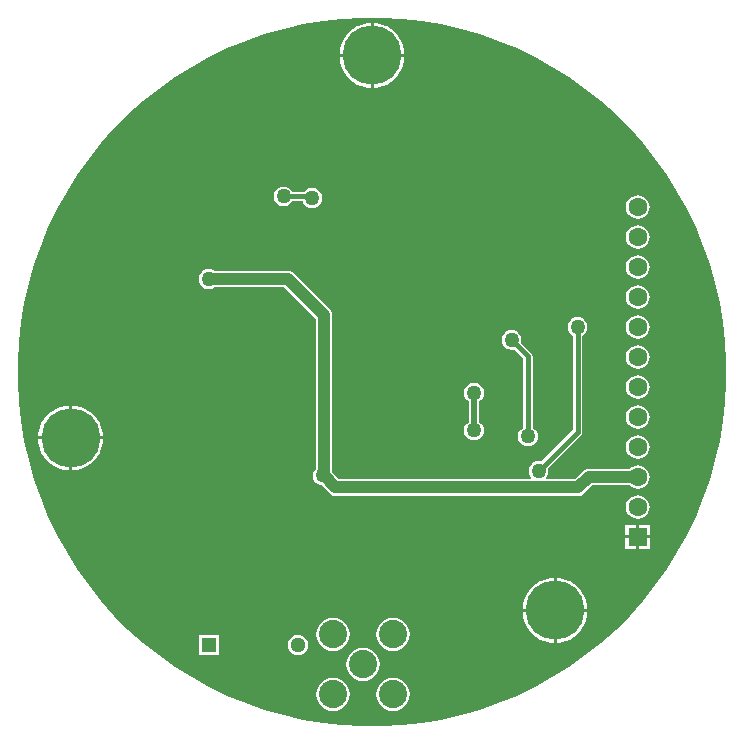
<source format=gbl>
G04*
G04 #@! TF.GenerationSoftware,Altium Limited,Altium Designer,22.2.1 (43)*
G04*
G04 Layer_Physical_Order=2*
G04 Layer_Color=16711680*
%FSLAX23Y23*%
%MOIN*%
G70*
G04*
G04 #@! TF.SameCoordinates,341014A0-F451-4C88-BB74-CD236E81B47C*
G04*
G04*
G04 #@! TF.FilePolarity,Positive*
G04*
G01*
G75*
%ADD42C,0.051*%
%ADD43R,0.051X0.051*%
%ADD48C,0.015*%
%ADD49C,0.039*%
%ADD50C,0.020*%
%ADD52C,0.197*%
%ADD53C,0.094*%
%ADD54C,0.063*%
%ADD55R,0.063X0.063*%
%ADD56C,0.050*%
G36*
X3884Y4502D02*
X3950Y4495D01*
X4016Y4484D01*
X4080Y4469D01*
X4144Y4451D01*
X4206Y4429D01*
X4268Y4404D01*
X4327Y4375D01*
X4385Y4343D01*
X4441Y4307D01*
X4495Y4269D01*
X4547Y4228D01*
X4597Y4184D01*
X4644Y4137D01*
X4688Y4087D01*
X4729Y4035D01*
X4767Y3981D01*
X4803Y3925D01*
X4835Y3867D01*
X4864Y3808D01*
X4889Y3746D01*
X4911Y3684D01*
X4929Y3620D01*
X4944Y3556D01*
X4955Y3490D01*
X4962Y3424D01*
X4966Y3358D01*
Y3325D01*
X4966Y3292D01*
X4962Y3226D01*
X4955Y3160D01*
X4944Y3094D01*
X4929Y3030D01*
X4911Y2966D01*
X4889Y2904D01*
X4864Y2842D01*
X4835Y2783D01*
X4803Y2725D01*
X4767Y2669D01*
X4729Y2615D01*
X4688Y2563D01*
X4644Y2513D01*
X4597Y2466D01*
X4547Y2422D01*
X4495Y2381D01*
X4441Y2343D01*
X4385Y2307D01*
X4327Y2275D01*
X4268Y2246D01*
X4206Y2221D01*
X4144Y2199D01*
X4080Y2181D01*
X4016Y2166D01*
X3950Y2155D01*
X3884Y2148D01*
X3818Y2144D01*
X3752D01*
X3686Y2148D01*
X3620Y2155D01*
X3554Y2166D01*
X3490Y2181D01*
X3426Y2199D01*
X3364Y2221D01*
X3302Y2246D01*
X3243Y2275D01*
X3185Y2307D01*
X3129Y2343D01*
X3075Y2381D01*
X3023Y2422D01*
X2973Y2466D01*
X2926Y2513D01*
X2882Y2563D01*
X2841Y2615D01*
X2803Y2669D01*
X2767Y2725D01*
X2735Y2783D01*
X2706Y2842D01*
X2681Y2904D01*
X2659Y2966D01*
X2641Y3030D01*
X2626Y3094D01*
X2615Y3160D01*
X2608Y3226D01*
X2604Y3292D01*
Y3325D01*
Y3358D01*
X2608Y3424D01*
X2615Y3490D01*
X2626Y3556D01*
X2641Y3620D01*
X2659Y3684D01*
X2681Y3746D01*
X2706Y3808D01*
X2735Y3867D01*
X2767Y3925D01*
X2803Y3981D01*
X2841Y4035D01*
X2882Y4087D01*
X2926Y4137D01*
X2973Y4184D01*
X3023Y4228D01*
X3075Y4269D01*
X3129Y4307D01*
X3185Y4343D01*
X3243Y4375D01*
X3302Y4404D01*
X3364Y4429D01*
X3426Y4451D01*
X3490Y4469D01*
X3554Y4484D01*
X3620Y4495D01*
X3686Y4502D01*
X3752Y4506D01*
X3818D01*
X3884Y4502D01*
D02*
G37*
%LPC*%
G36*
X3790Y4488D02*
Y4385D01*
X3893D01*
X3892Y4397D01*
X3888Y4414D01*
X3882Y4429D01*
X3873Y4444D01*
X3862Y4457D01*
X3849Y4468D01*
X3834Y4477D01*
X3819Y4483D01*
X3802Y4487D01*
X3790Y4488D01*
D02*
G37*
G36*
X3780D02*
X3768Y4487D01*
X3751Y4483D01*
X3736Y4477D01*
X3721Y4468D01*
X3708Y4457D01*
X3697Y4444D01*
X3688Y4429D01*
X3682Y4414D01*
X3678Y4397D01*
X3677Y4385D01*
X3780D01*
Y4488D01*
D02*
G37*
G36*
X3893Y4375D02*
X3790D01*
Y4272D01*
X3802Y4273D01*
X3819Y4277D01*
X3834Y4283D01*
X3849Y4292D01*
X3862Y4303D01*
X3873Y4316D01*
X3882Y4331D01*
X3888Y4346D01*
X3892Y4363D01*
X3893Y4375D01*
D02*
G37*
G36*
X3780D02*
X3677D01*
X3678Y4363D01*
X3682Y4346D01*
X3688Y4331D01*
X3697Y4316D01*
X3708Y4303D01*
X3721Y4292D01*
X3736Y4283D01*
X3751Y4277D01*
X3768Y4273D01*
X3780Y4272D01*
Y4375D01*
D02*
G37*
G36*
X3490Y3943D02*
X3481Y3942D01*
X3473Y3939D01*
X3467Y3933D01*
X3461Y3927D01*
X3458Y3919D01*
X3457Y3910D01*
X3458Y3901D01*
X3461Y3893D01*
X3467Y3887D01*
X3473Y3881D01*
X3481Y3878D01*
X3490Y3877D01*
X3499Y3878D01*
X3507Y3881D01*
X3513Y3887D01*
X3519Y3893D01*
X3519Y3894D01*
X3554D01*
X3556Y3888D01*
X3562Y3882D01*
X3568Y3876D01*
X3576Y3873D01*
X3585Y3872D01*
X3594Y3873D01*
X3602Y3876D01*
X3608Y3882D01*
X3614Y3888D01*
X3617Y3896D01*
X3618Y3905D01*
X3617Y3914D01*
X3614Y3922D01*
X3608Y3928D01*
X3602Y3934D01*
X3594Y3937D01*
X3585Y3938D01*
X3576Y3937D01*
X3568Y3934D01*
X3562Y3928D01*
X3559Y3926D01*
X3519D01*
X3519Y3927D01*
X3513Y3933D01*
X3507Y3939D01*
X3499Y3942D01*
X3490Y3943D01*
D02*
G37*
G36*
X4670Y3915D02*
X4660Y3913D01*
X4650Y3909D01*
X4642Y3903D01*
X4636Y3895D01*
X4632Y3885D01*
X4630Y3875D01*
X4632Y3865D01*
X4636Y3855D01*
X4642Y3847D01*
X4650Y3841D01*
X4660Y3837D01*
X4670Y3835D01*
X4680Y3837D01*
X4690Y3841D01*
X4698Y3847D01*
X4704Y3855D01*
X4708Y3865D01*
X4710Y3875D01*
X4708Y3885D01*
X4704Y3895D01*
X4698Y3903D01*
X4690Y3909D01*
X4680Y3913D01*
X4670Y3915D01*
D02*
G37*
G36*
Y3815D02*
X4660Y3813D01*
X4650Y3809D01*
X4642Y3803D01*
X4636Y3795D01*
X4632Y3785D01*
X4630Y3775D01*
X4632Y3765D01*
X4636Y3755D01*
X4642Y3747D01*
X4650Y3741D01*
X4660Y3737D01*
X4670Y3735D01*
X4680Y3737D01*
X4690Y3741D01*
X4698Y3747D01*
X4704Y3755D01*
X4708Y3765D01*
X4710Y3775D01*
X4708Y3785D01*
X4704Y3795D01*
X4698Y3803D01*
X4690Y3809D01*
X4680Y3813D01*
X4670Y3815D01*
D02*
G37*
G36*
Y3715D02*
X4660Y3713D01*
X4650Y3709D01*
X4642Y3703D01*
X4636Y3695D01*
X4632Y3685D01*
X4630Y3675D01*
X4632Y3665D01*
X4636Y3655D01*
X4642Y3647D01*
X4650Y3641D01*
X4660Y3637D01*
X4670Y3635D01*
X4680Y3637D01*
X4690Y3641D01*
X4698Y3647D01*
X4704Y3655D01*
X4708Y3665D01*
X4710Y3675D01*
X4708Y3685D01*
X4704Y3695D01*
X4698Y3703D01*
X4690Y3709D01*
X4680Y3713D01*
X4670Y3715D01*
D02*
G37*
G36*
Y3615D02*
X4660Y3613D01*
X4650Y3609D01*
X4642Y3603D01*
X4636Y3595D01*
X4632Y3585D01*
X4630Y3575D01*
X4632Y3565D01*
X4636Y3555D01*
X4642Y3547D01*
X4650Y3541D01*
X4660Y3537D01*
X4670Y3535D01*
X4680Y3537D01*
X4690Y3541D01*
X4698Y3547D01*
X4704Y3555D01*
X4708Y3565D01*
X4710Y3575D01*
X4708Y3585D01*
X4704Y3595D01*
X4698Y3603D01*
X4690Y3609D01*
X4680Y3613D01*
X4670Y3615D01*
D02*
G37*
G36*
Y3515D02*
X4660Y3513D01*
X4650Y3509D01*
X4642Y3503D01*
X4636Y3495D01*
X4632Y3485D01*
X4630Y3475D01*
X4632Y3465D01*
X4636Y3455D01*
X4642Y3447D01*
X4650Y3441D01*
X4660Y3437D01*
X4670Y3435D01*
X4680Y3437D01*
X4690Y3441D01*
X4698Y3447D01*
X4704Y3455D01*
X4708Y3465D01*
X4710Y3475D01*
X4708Y3485D01*
X4704Y3495D01*
X4698Y3503D01*
X4690Y3509D01*
X4680Y3513D01*
X4670Y3515D01*
D02*
G37*
G36*
Y3415D02*
X4660Y3413D01*
X4650Y3409D01*
X4642Y3403D01*
X4636Y3395D01*
X4632Y3385D01*
X4630Y3375D01*
X4632Y3365D01*
X4636Y3355D01*
X4642Y3347D01*
X4650Y3341D01*
X4660Y3337D01*
X4670Y3335D01*
X4680Y3337D01*
X4690Y3341D01*
X4698Y3347D01*
X4704Y3355D01*
X4708Y3365D01*
X4710Y3375D01*
X4708Y3385D01*
X4704Y3395D01*
X4698Y3403D01*
X4690Y3409D01*
X4680Y3413D01*
X4670Y3415D01*
D02*
G37*
G36*
Y3315D02*
X4660Y3313D01*
X4650Y3309D01*
X4642Y3303D01*
X4636Y3295D01*
X4632Y3285D01*
X4630Y3275D01*
X4632Y3265D01*
X4636Y3255D01*
X4642Y3247D01*
X4650Y3241D01*
X4660Y3237D01*
X4670Y3235D01*
X4680Y3237D01*
X4690Y3241D01*
X4698Y3247D01*
X4704Y3255D01*
X4708Y3265D01*
X4710Y3275D01*
X4708Y3285D01*
X4704Y3295D01*
X4698Y3303D01*
X4690Y3309D01*
X4680Y3313D01*
X4670Y3315D01*
D02*
G37*
G36*
Y3215D02*
X4660Y3213D01*
X4650Y3209D01*
X4642Y3203D01*
X4636Y3195D01*
X4632Y3185D01*
X4630Y3175D01*
X4632Y3165D01*
X4636Y3155D01*
X4642Y3147D01*
X4650Y3141D01*
X4660Y3137D01*
X4670Y3135D01*
X4680Y3137D01*
X4690Y3141D01*
X4698Y3147D01*
X4704Y3155D01*
X4708Y3165D01*
X4710Y3175D01*
X4708Y3185D01*
X4704Y3195D01*
X4698Y3203D01*
X4690Y3209D01*
X4680Y3213D01*
X4670Y3215D01*
D02*
G37*
G36*
X2785Y3213D02*
Y3110D01*
X2888D01*
X2887Y3122D01*
X2883Y3139D01*
X2877Y3154D01*
X2868Y3169D01*
X2857Y3182D01*
X2844Y3193D01*
X2829Y3202D01*
X2814Y3208D01*
X2797Y3212D01*
X2785Y3213D01*
D02*
G37*
G36*
X2775D02*
X2763Y3212D01*
X2746Y3208D01*
X2731Y3202D01*
X2716Y3193D01*
X2703Y3182D01*
X2692Y3169D01*
X2683Y3154D01*
X2677Y3139D01*
X2673Y3122D01*
X2672Y3110D01*
X2775D01*
Y3213D01*
D02*
G37*
G36*
X4125Y3288D02*
X4116Y3287D01*
X4108Y3284D01*
X4102Y3278D01*
X4096Y3272D01*
X4093Y3264D01*
X4092Y3255D01*
X4093Y3246D01*
X4096Y3238D01*
X4102Y3232D01*
X4107Y3227D01*
Y3158D01*
X4102Y3153D01*
X4096Y3147D01*
X4093Y3139D01*
X4092Y3130D01*
X4093Y3121D01*
X4096Y3113D01*
X4102Y3107D01*
X4108Y3101D01*
X4116Y3098D01*
X4125Y3097D01*
X4134Y3098D01*
X4142Y3101D01*
X4148Y3107D01*
X4154Y3113D01*
X4157Y3121D01*
X4158Y3130D01*
X4157Y3139D01*
X4154Y3147D01*
X4148Y3153D01*
X4143Y3158D01*
Y3227D01*
X4148Y3232D01*
X4154Y3238D01*
X4157Y3246D01*
X4158Y3255D01*
X4157Y3264D01*
X4154Y3272D01*
X4148Y3278D01*
X4142Y3284D01*
X4134Y3287D01*
X4125Y3288D01*
D02*
G37*
G36*
X4250Y3465D02*
X4241Y3464D01*
X4233Y3461D01*
X4227Y3455D01*
X4221Y3448D01*
X4218Y3440D01*
X4217Y3432D01*
X4218Y3423D01*
X4221Y3415D01*
X4227Y3408D01*
X4233Y3403D01*
X4241Y3400D01*
X4250Y3399D01*
X4259Y3400D01*
X4259Y3400D01*
X4289Y3370D01*
Y3139D01*
X4288Y3139D01*
X4282Y3133D01*
X4276Y3127D01*
X4273Y3119D01*
X4272Y3110D01*
X4273Y3101D01*
X4276Y3093D01*
X4282Y3087D01*
X4288Y3081D01*
X4296Y3078D01*
X4305Y3077D01*
X4314Y3078D01*
X4322Y3081D01*
X4328Y3087D01*
X4334Y3093D01*
X4337Y3101D01*
X4338Y3110D01*
X4337Y3119D01*
X4334Y3127D01*
X4328Y3133D01*
X4322Y3139D01*
X4321Y3139D01*
Y3377D01*
X4319Y3383D01*
X4316Y3388D01*
X4282Y3422D01*
X4282Y3423D01*
X4283Y3432D01*
X4282Y3440D01*
X4279Y3448D01*
X4273Y3455D01*
X4267Y3461D01*
X4259Y3464D01*
X4250Y3465D01*
D02*
G37*
G36*
X4670Y3115D02*
X4660Y3113D01*
X4650Y3109D01*
X4642Y3103D01*
X4636Y3095D01*
X4632Y3085D01*
X4630Y3075D01*
X4632Y3065D01*
X4636Y3055D01*
X4642Y3047D01*
X4650Y3041D01*
X4660Y3037D01*
X4670Y3035D01*
X4680Y3037D01*
X4690Y3041D01*
X4698Y3047D01*
X4704Y3055D01*
X4708Y3065D01*
X4710Y3075D01*
X4708Y3085D01*
X4704Y3095D01*
X4698Y3103D01*
X4690Y3109D01*
X4680Y3113D01*
X4670Y3115D01*
D02*
G37*
G36*
X2888Y3100D02*
X2785D01*
Y2997D01*
X2797Y2998D01*
X2814Y3002D01*
X2829Y3008D01*
X2844Y3017D01*
X2857Y3028D01*
X2868Y3041D01*
X2877Y3056D01*
X2883Y3071D01*
X2887Y3088D01*
X2888Y3100D01*
D02*
G37*
G36*
X2775D02*
X2672D01*
X2673Y3088D01*
X2677Y3071D01*
X2683Y3056D01*
X2692Y3041D01*
X2703Y3028D01*
X2716Y3017D01*
X2731Y3008D01*
X2746Y3002D01*
X2763Y2998D01*
X2775Y2997D01*
Y3100D01*
D02*
G37*
G36*
X3240Y3668D02*
X3231Y3667D01*
X3223Y3664D01*
X3217Y3658D01*
X3211Y3652D01*
X3208Y3644D01*
X3207Y3635D01*
X3208Y3626D01*
X3211Y3618D01*
X3217Y3612D01*
X3223Y3606D01*
X3231Y3603D01*
X3240Y3602D01*
X3249Y3603D01*
X3257Y3606D01*
X3258Y3607D01*
X3493D01*
X3597Y3503D01*
Y3003D01*
X3592Y2996D01*
X3589Y2988D01*
X3588Y2980D01*
X3589Y2971D01*
X3592Y2963D01*
X3598Y2956D01*
X3605Y2951D01*
X3613Y2948D01*
X3617Y2947D01*
X3644Y2921D01*
X3650Y2916D01*
X3656Y2913D01*
X3663Y2913D01*
X4473D01*
X4480Y2913D01*
X4487Y2916D01*
X4493Y2921D01*
X4519Y2947D01*
X4642D01*
X4642Y2947D01*
X4650Y2941D01*
X4660Y2937D01*
X4670Y2935D01*
X4680Y2937D01*
X4690Y2941D01*
X4698Y2947D01*
X4704Y2955D01*
X4708Y2965D01*
X4710Y2975D01*
X4708Y2985D01*
X4704Y2995D01*
X4698Y3003D01*
X4690Y3009D01*
X4680Y3013D01*
X4670Y3015D01*
X4660Y3013D01*
X4650Y3009D01*
X4642Y3003D01*
X4642Y3003D01*
X4508D01*
X4501Y3002D01*
X4494Y2999D01*
X4488Y2995D01*
X4462Y2968D01*
X4367D01*
X4365Y2973D01*
X4369Y2978D01*
X4372Y2986D01*
X4373Y2995D01*
X4372Y3004D01*
X4372Y3004D01*
X4481Y3114D01*
X4484Y3119D01*
X4486Y3125D01*
Y3446D01*
X4487Y3446D01*
X4493Y3452D01*
X4499Y3458D01*
X4502Y3466D01*
X4503Y3475D01*
X4502Y3484D01*
X4499Y3492D01*
X4493Y3498D01*
X4487Y3504D01*
X4479Y3507D01*
X4470Y3508D01*
X4461Y3507D01*
X4453Y3504D01*
X4447Y3498D01*
X4441Y3492D01*
X4438Y3484D01*
X4437Y3475D01*
X4438Y3466D01*
X4441Y3458D01*
X4447Y3452D01*
X4453Y3446D01*
X4454Y3446D01*
Y3131D01*
X4349Y3027D01*
X4349Y3027D01*
X4340Y3028D01*
X4331Y3027D01*
X4323Y3024D01*
X4317Y3018D01*
X4311Y3012D01*
X4308Y3004D01*
X4307Y2995D01*
X4308Y2986D01*
X4311Y2978D01*
X4315Y2973D01*
X4313Y2968D01*
X3675D01*
X3653Y2990D01*
Y3515D01*
X3652Y3522D01*
X3649Y3529D01*
X3645Y3535D01*
X3525Y3655D01*
X3519Y3659D01*
X3512Y3662D01*
X3505Y3663D01*
X3258D01*
X3257Y3664D01*
X3249Y3667D01*
X3240Y3668D01*
D02*
G37*
G36*
X4670Y2915D02*
X4660Y2913D01*
X4650Y2909D01*
X4642Y2903D01*
X4636Y2895D01*
X4632Y2885D01*
X4630Y2875D01*
X4632Y2865D01*
X4636Y2855D01*
X4642Y2847D01*
X4650Y2841D01*
X4660Y2837D01*
X4670Y2835D01*
X4680Y2837D01*
X4690Y2841D01*
X4698Y2847D01*
X4704Y2855D01*
X4708Y2865D01*
X4710Y2875D01*
X4708Y2885D01*
X4704Y2895D01*
X4698Y2903D01*
X4690Y2909D01*
X4680Y2913D01*
X4670Y2915D01*
D02*
G37*
G36*
X4711Y2816D02*
X4675D01*
Y2780D01*
X4711D01*
Y2816D01*
D02*
G37*
G36*
X4665D02*
X4629D01*
Y2780D01*
X4665D01*
Y2816D01*
D02*
G37*
G36*
X4711Y2770D02*
X4675D01*
Y2734D01*
X4711D01*
Y2770D01*
D02*
G37*
G36*
X4665D02*
X4629D01*
Y2734D01*
X4665D01*
Y2770D01*
D02*
G37*
G36*
X4400Y2638D02*
Y2535D01*
X4503D01*
X4502Y2547D01*
X4498Y2564D01*
X4492Y2579D01*
X4483Y2594D01*
X4472Y2607D01*
X4459Y2618D01*
X4444Y2627D01*
X4429Y2633D01*
X4412Y2637D01*
X4400Y2638D01*
D02*
G37*
G36*
X4390D02*
X4378Y2637D01*
X4361Y2633D01*
X4346Y2627D01*
X4331Y2618D01*
X4318Y2607D01*
X4307Y2594D01*
X4298Y2579D01*
X4292Y2564D01*
X4288Y2547D01*
X4287Y2535D01*
X4390D01*
Y2638D01*
D02*
G37*
G36*
X4503Y2525D02*
X4400D01*
Y2422D01*
X4412Y2423D01*
X4429Y2427D01*
X4444Y2433D01*
X4459Y2442D01*
X4472Y2453D01*
X4483Y2466D01*
X4492Y2481D01*
X4498Y2496D01*
X4502Y2513D01*
X4503Y2525D01*
D02*
G37*
G36*
X4390D02*
X4287D01*
X4288Y2513D01*
X4292Y2496D01*
X4298Y2481D01*
X4307Y2466D01*
X4318Y2453D01*
X4331Y2442D01*
X4346Y2433D01*
X4361Y2427D01*
X4378Y2423D01*
X4390Y2422D01*
Y2525D01*
D02*
G37*
G36*
X3855Y2506D02*
X3841Y2504D01*
X3827Y2498D01*
X3816Y2489D01*
X3807Y2478D01*
X3801Y2464D01*
X3799Y2450D01*
X3801Y2436D01*
X3807Y2422D01*
X3816Y2411D01*
X3827Y2402D01*
X3841Y2396D01*
X3855Y2394D01*
X3869Y2396D01*
X3883Y2402D01*
X3894Y2411D01*
X3903Y2422D01*
X3909Y2436D01*
X3911Y2450D01*
X3909Y2464D01*
X3903Y2478D01*
X3894Y2489D01*
X3883Y2498D01*
X3869Y2504D01*
X3855Y2506D01*
D02*
G37*
G36*
X3655D02*
X3641Y2504D01*
X3627Y2498D01*
X3616Y2489D01*
X3607Y2478D01*
X3601Y2464D01*
X3599Y2450D01*
X3601Y2436D01*
X3607Y2422D01*
X3616Y2411D01*
X3627Y2402D01*
X3641Y2396D01*
X3655Y2394D01*
X3669Y2396D01*
X3683Y2402D01*
X3694Y2411D01*
X3703Y2422D01*
X3709Y2436D01*
X3711Y2450D01*
X3709Y2464D01*
X3703Y2478D01*
X3694Y2489D01*
X3683Y2498D01*
X3669Y2504D01*
X3655Y2506D01*
D02*
G37*
G36*
X3276Y2448D02*
X3209D01*
Y2382D01*
X3276D01*
Y2448D01*
D02*
G37*
G36*
X3538Y2449D02*
X3529Y2448D01*
X3521Y2444D01*
X3514Y2439D01*
X3508Y2432D01*
X3505Y2424D01*
X3504Y2415D01*
X3505Y2406D01*
X3508Y2398D01*
X3514Y2391D01*
X3521Y2386D01*
X3529Y2382D01*
X3538Y2381D01*
X3546Y2382D01*
X3555Y2386D01*
X3562Y2391D01*
X3567Y2398D01*
X3570Y2406D01*
X3571Y2415D01*
X3570Y2424D01*
X3567Y2432D01*
X3562Y2439D01*
X3555Y2444D01*
X3546Y2448D01*
X3538Y2449D01*
D02*
G37*
G36*
X3755Y2406D02*
X3741Y2404D01*
X3727Y2398D01*
X3716Y2389D01*
X3707Y2378D01*
X3701Y2364D01*
X3699Y2350D01*
X3701Y2336D01*
X3707Y2322D01*
X3716Y2311D01*
X3727Y2302D01*
X3741Y2296D01*
X3755Y2294D01*
X3769Y2296D01*
X3783Y2302D01*
X3794Y2311D01*
X3803Y2322D01*
X3809Y2336D01*
X3811Y2350D01*
X3809Y2364D01*
X3803Y2378D01*
X3794Y2389D01*
X3783Y2398D01*
X3769Y2404D01*
X3755Y2406D01*
D02*
G37*
G36*
X3855Y2306D02*
X3841Y2304D01*
X3827Y2298D01*
X3816Y2289D01*
X3807Y2278D01*
X3801Y2264D01*
X3799Y2250D01*
X3801Y2236D01*
X3807Y2222D01*
X3816Y2211D01*
X3827Y2202D01*
X3841Y2196D01*
X3855Y2194D01*
X3869Y2196D01*
X3883Y2202D01*
X3894Y2211D01*
X3903Y2222D01*
X3909Y2236D01*
X3911Y2250D01*
X3909Y2264D01*
X3903Y2278D01*
X3894Y2289D01*
X3883Y2298D01*
X3869Y2304D01*
X3855Y2306D01*
D02*
G37*
G36*
X3655D02*
X3641Y2304D01*
X3627Y2298D01*
X3616Y2289D01*
X3607Y2278D01*
X3601Y2264D01*
X3599Y2250D01*
X3601Y2236D01*
X3607Y2222D01*
X3616Y2211D01*
X3627Y2202D01*
X3641Y2196D01*
X3655Y2194D01*
X3669Y2196D01*
X3683Y2202D01*
X3694Y2211D01*
X3703Y2222D01*
X3709Y2236D01*
X3711Y2250D01*
X3709Y2264D01*
X3703Y2278D01*
X3694Y2289D01*
X3683Y2298D01*
X3669Y2304D01*
X3655Y2306D01*
D02*
G37*
%LPD*%
D42*
X3538Y2415D02*
D03*
D43*
X3242D02*
D03*
D48*
X4340Y2995D02*
X4470Y3125D01*
X4305Y3110D02*
Y3377D01*
X4470Y3125D02*
Y3475D01*
X3490Y3910D02*
X3565D01*
X4250Y3432D02*
X4305Y3377D01*
D49*
X3663Y2940D02*
X4473D01*
X3624Y2980D02*
X3663Y2940D01*
X3621Y2980D02*
X3624D01*
X4508Y2975D02*
X4670D01*
X4473Y2940D02*
X4508Y2975D01*
X3240Y3635D02*
X3505D01*
X3625Y3515D01*
X3621Y2980D02*
Y2983D01*
X3625D02*
Y3515D01*
D50*
X4125Y3130D02*
Y3255D01*
D52*
X4395Y2530D02*
D03*
X2780Y3105D02*
D03*
X3785Y4380D02*
D03*
D53*
X3755Y2350D02*
D03*
X3655Y2450D02*
D03*
X3855D02*
D03*
Y2250D02*
D03*
X3655D02*
D03*
D54*
X4670Y3575D02*
D03*
Y2875D02*
D03*
Y3875D02*
D03*
Y3775D02*
D03*
Y3675D02*
D03*
Y3475D02*
D03*
Y3375D02*
D03*
Y3175D02*
D03*
Y2975D02*
D03*
Y3075D02*
D03*
Y3275D02*
D03*
D55*
Y2775D02*
D03*
D56*
X4340Y2995D02*
D03*
X4305Y3110D02*
D03*
X3585Y3905D02*
D03*
X4470Y3475D02*
D03*
X4250Y3432D02*
D03*
X3621Y2980D02*
D03*
X3490Y3910D02*
D03*
X3240Y3635D02*
D03*
X4125Y3255D02*
D03*
Y3130D02*
D03*
M02*

</source>
